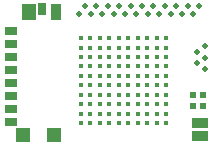
<source format=gbr>
G04 #@! TF.GenerationSoftware,KiCad,Pcbnew,(5.1.0)-1*
G04 #@! TF.CreationDate,2019-09-18T16:06:36-07:00*
G04 #@! TF.ProjectId,WireFreeV4_Release,57697265-4672-4656-9556-345f52656c65,rev?*
G04 #@! TF.SameCoordinates,Original*
G04 #@! TF.FileFunction,Paste,Top*
G04 #@! TF.FilePolarity,Positive*
%FSLAX46Y46*%
G04 Gerber Fmt 4.6, Leading zero omitted, Abs format (unit mm)*
G04 Created by KiCad (PCBNEW (5.1.0)-1) date 2019-09-18 16:06:36*
%MOMM*%
%LPD*%
G04 APERTURE LIST*
%ADD10C,0.370000*%
%ADD11C,0.508000*%
%ADD12R,1.320800X0.812800*%
%ADD13R,0.900000X1.400000*%
%ADD14R,0.700000X1.000000*%
%ADD15R,1.200000X1.450000*%
%ADD16R,1.000000X0.700000*%
%ADD17R,1.200000X1.150000*%
%ADD18R,0.580000X0.630000*%
G04 APERTURE END LIST*
D10*
X124864400Y-91738220D03*
X125664400Y-91738220D03*
X126464400Y-91738220D03*
X127264400Y-91738220D03*
X128064400Y-91738220D03*
X128864400Y-91738220D03*
X129664400Y-91738220D03*
X130464400Y-91738220D03*
X131264400Y-91738220D03*
X132064400Y-91738220D03*
X124864400Y-92538220D03*
X125664400Y-92538220D03*
X126464400Y-92538220D03*
X127264400Y-92538220D03*
X128064400Y-92538220D03*
X128864400Y-92538220D03*
X129664400Y-92538220D03*
X130464400Y-92538220D03*
X131264400Y-92538220D03*
X132064400Y-92538220D03*
X124864400Y-93338220D03*
X125664400Y-93338220D03*
X126464400Y-93338220D03*
X127264400Y-93338220D03*
X128064400Y-93338220D03*
X128864400Y-93338220D03*
X129664400Y-93338220D03*
X130464400Y-93338220D03*
X131264400Y-93338220D03*
X132064400Y-93338220D03*
X124864400Y-94138220D03*
X125664400Y-94138220D03*
X126464400Y-94138220D03*
X127264400Y-94138220D03*
X128064400Y-94138220D03*
X128864400Y-94138220D03*
X129664400Y-94138220D03*
X130464400Y-94138220D03*
X131264400Y-94138220D03*
X132064400Y-94138220D03*
X124864400Y-94938220D03*
X125664400Y-94938220D03*
X126464400Y-94938220D03*
X127264400Y-94938220D03*
X128064400Y-94938220D03*
X128864400Y-94938220D03*
X129664400Y-94938220D03*
X130464400Y-94938220D03*
X131264400Y-94938220D03*
X132064400Y-94938220D03*
X124864400Y-95738220D03*
X125664400Y-95738220D03*
X126464400Y-95738220D03*
X127264400Y-95738220D03*
X128064400Y-95738220D03*
X128864400Y-95738220D03*
X129664400Y-95738220D03*
X130464400Y-95738220D03*
X131264400Y-95738220D03*
X132064400Y-95738220D03*
X124864400Y-96538220D03*
X125664400Y-96538220D03*
X126464400Y-96538220D03*
X127264400Y-96538220D03*
X128064400Y-96538220D03*
X128864400Y-96538220D03*
X129664400Y-96538220D03*
X130464400Y-96538220D03*
X131264400Y-96538220D03*
X132064400Y-96538220D03*
X124864400Y-97338220D03*
X125664400Y-97338220D03*
X126464400Y-97338220D03*
X127264400Y-97338220D03*
X128064400Y-97338220D03*
X128864400Y-97338220D03*
X129664400Y-97338220D03*
X130464400Y-97338220D03*
X131264400Y-97338220D03*
X132064400Y-97338220D03*
X124864400Y-98138220D03*
X125664400Y-98138220D03*
X126464400Y-98138220D03*
X127264400Y-98138220D03*
X128064400Y-98138220D03*
X128864400Y-98138220D03*
X129664400Y-98138220D03*
X130464400Y-98138220D03*
X131264400Y-98138220D03*
X132064400Y-98138220D03*
X124864400Y-98938220D03*
X125664400Y-98938220D03*
X126464400Y-98938220D03*
X127264400Y-98938220D03*
X128064400Y-98938220D03*
X128864400Y-98938220D03*
X129664400Y-98938220D03*
X130464400Y-98938220D03*
X131264400Y-98938220D03*
X132064400Y-98938220D03*
D11*
X134858759Y-89049860D03*
X134376160Y-89659460D03*
X133893550Y-89049860D03*
X133410951Y-89659460D03*
X132928351Y-89049860D03*
X132445752Y-89659460D03*
X131963152Y-89049860D03*
X131480553Y-89659460D03*
X130997953Y-89049860D03*
X130515354Y-89659460D03*
X130032754Y-89049860D03*
X129550155Y-89659460D03*
X129067555Y-89049860D03*
X128584956Y-89659460D03*
X128102356Y-89049860D03*
X127619757Y-89659460D03*
X127137157Y-89049860D03*
X126654558Y-89659460D03*
X126171958Y-89049860D03*
X125689359Y-89659460D03*
X125206759Y-89049860D03*
X124724160Y-89659460D03*
D12*
X134927340Y-98884740D03*
X134927340Y-100027740D03*
D13*
X122725500Y-89496000D03*
D14*
X121575500Y-89296000D03*
D15*
X120425500Y-89521000D03*
D16*
X118935500Y-91146000D03*
X118935500Y-92246000D03*
X118935500Y-97746000D03*
X118935500Y-96646000D03*
X118935500Y-93346000D03*
X118935500Y-94446000D03*
X118935500Y-95546000D03*
X118935500Y-98846000D03*
D17*
X119985500Y-99921000D03*
X122575500Y-99921000D03*
D11*
X135333740Y-92433140D03*
X134724140Y-92915739D03*
X135333740Y-93398339D03*
X134724140Y-93880938D03*
X135333740Y-94363538D03*
D18*
X135214860Y-97487740D03*
X134324860Y-97487740D03*
X135214860Y-96563180D03*
X134324860Y-96563180D03*
M02*

</source>
